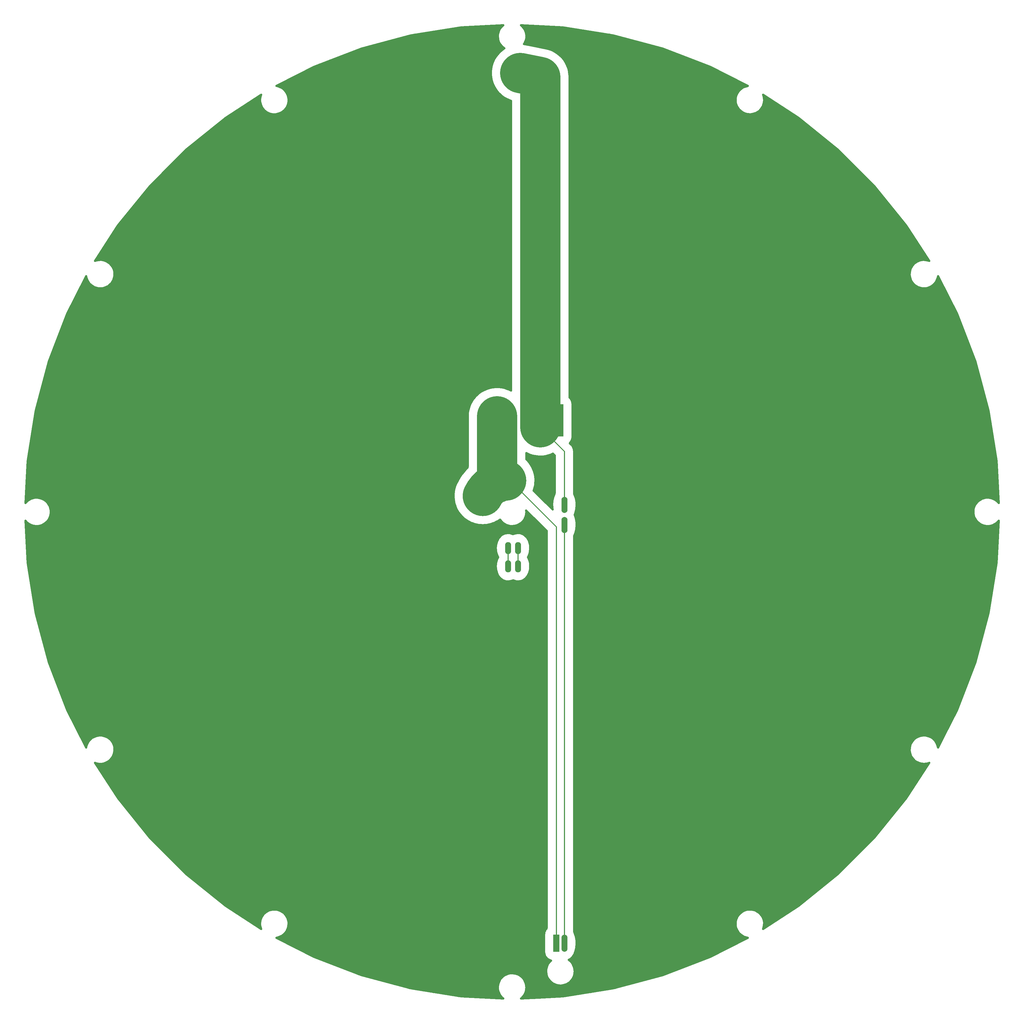
<source format=gbr>
G04 DipTrace 2.3.1.0*
%INBottom_58742 rev 7 ONYX HB.gbr*%
%MOIN*%
%ADD13C,0.013*%
%ADD14C,0.5*%
%ADD16C,0.025*%
%ADD18O,0.075X0.2*%
%ADD19O,0.075X0.15*%
%ADD20O,0.075X0.2125*%
%ADD33C,0.06*%
%FSLAX44Y44*%
G04*
G70*
G90*
G75*
G01*
%LNBottom*%
%LPD*%
X64464Y60464D2*
D13*
Y58214D1*
X65714Y60464D2*
Y58214D1*
X63089Y76839D2*
D14*
Y68551D1*
D13*
X65002D1*
X70464Y63089D1*
Y11714D1*
X70526Y11651D1*
X65964Y119464D2*
D14*
X68464Y118964D1*
Y78714D1*
Y75464D1*
D13*
X71464Y72464D1*
Y65964D1*
Y63464D2*
Y11464D1*
X61327Y66945D2*
D14*
G02X64229Y68861I3031J-1434D01*
G01*
D33*
X65589Y120651D3*
X69964Y120339D3*
X68214Y120464D3*
X69089D3*
X66464Y120589D3*
X67276D3*
X64714D3*
X66072Y68279D3*
X60744Y66295D3*
X61244Y67236D3*
X62067Y68023D3*
X63074Y68574D3*
X64229Y68861D3*
X65220Y68699D3*
X60243Y125213D2*
D16*
X63638D1*
X66289D2*
X69681D1*
X57618Y124964D2*
X63450D1*
X66477D2*
X72310D1*
X56047Y124716D2*
X63318D1*
X66610D2*
X73880D1*
X54477Y124467D2*
X63232D1*
X66696D2*
X75450D1*
X52907Y124218D2*
X63185D1*
X66743D2*
X77021D1*
X51774Y123970D2*
X63173D1*
X66754D2*
X78150D1*
X50848Y123721D2*
X63200D1*
X66727D2*
X79079D1*
X49918Y123472D2*
X63259D1*
X66668D2*
X80009D1*
X48993Y123224D2*
X63364D1*
X66563D2*
X80935D1*
X48063Y122975D2*
X63517D1*
X66965D2*
X81864D1*
X47137Y122726D2*
X63735D1*
X68211D2*
X82790D1*
X46235Y122477D2*
X63907D1*
X69418D2*
X83693D1*
X45586Y122229D2*
X63579D1*
X70086D2*
X84341D1*
X44938Y121980D2*
X63318D1*
X70516D2*
X84989D1*
X44289Y121731D2*
X63099D1*
X70844D2*
X85638D1*
X43641Y121483D2*
X62915D1*
X71110D2*
X86286D1*
X42993Y121234D2*
X62763D1*
X71328D2*
X86935D1*
X42348Y120985D2*
X62638D1*
X71508D2*
X87579D1*
X41700Y120737D2*
X62532D1*
X71660D2*
X88228D1*
X41051Y120488D2*
X62450D1*
X71789D2*
X88876D1*
X40403Y120239D2*
X62388D1*
X71891D2*
X89525D1*
X39910Y119991D2*
X62341D1*
X71977D2*
X90017D1*
X39422Y119742D2*
X62314D1*
X72039D2*
X90505D1*
X38934Y119493D2*
X62306D1*
X72086D2*
X90993D1*
X38446Y119245D2*
X62310D1*
X72114D2*
X91482D1*
X37957Y118996D2*
X62333D1*
X72121D2*
X91970D1*
X37469Y118747D2*
X62376D1*
X72125D2*
X92458D1*
X36981Y118498D2*
X62435D1*
X72125D2*
X92946D1*
X36493Y118250D2*
X62513D1*
X72125D2*
X93435D1*
X36004Y118001D2*
X62610D1*
X72125D2*
X93923D1*
X36098Y117752D2*
X62732D1*
X72125D2*
X93829D1*
X36539Y117504D2*
X62876D1*
X72125D2*
X93388D1*
X36801Y117255D2*
X63052D1*
X72125D2*
X93126D1*
X36981Y117006D2*
X63259D1*
X72125D2*
X92946D1*
X37102Y116758D2*
X63513D1*
X72125D2*
X92825D1*
X33434Y116509D2*
X33693D1*
X37180D2*
X63821D1*
X72125D2*
X92747D1*
X96235D2*
X96493D1*
X33051Y116260D2*
X33653D1*
X37219D2*
X64220D1*
X72125D2*
X92708D1*
X96274D2*
X96876D1*
X32668Y116012D2*
X33650D1*
X37223D2*
X64802D1*
X72125D2*
X92704D1*
X96278D2*
X97259D1*
X32285Y115763D2*
X33681D1*
X37192D2*
X64802D1*
X72125D2*
X92735D1*
X96246D2*
X97642D1*
X31903Y115514D2*
X33747D1*
X37125D2*
X64802D1*
X72125D2*
X92802D1*
X96180D2*
X98025D1*
X31520Y115265D2*
X33860D1*
X37012D2*
X64802D1*
X72125D2*
X92915D1*
X96067D2*
X98407D1*
X31137Y115017D2*
X34025D1*
X36848D2*
X64802D1*
X72125D2*
X93079D1*
X95903D2*
X98790D1*
X30754Y114768D2*
X34263D1*
X36610D2*
X64802D1*
X72125D2*
X93318D1*
X95664D2*
X99173D1*
X30371Y114519D2*
X34638D1*
X36231D2*
X64802D1*
X72125D2*
X93696D1*
X95289D2*
X99556D1*
X29989Y114271D2*
X64802D1*
X72125D2*
X99939D1*
X29606Y114022D2*
X64802D1*
X72125D2*
X100321D1*
X29262Y113773D2*
X64802D1*
X72125D2*
X100665D1*
X28957Y113525D2*
X64802D1*
X72125D2*
X100970D1*
X28649Y113276D2*
X64802D1*
X72125D2*
X101278D1*
X28340Y113027D2*
X64802D1*
X72125D2*
X101587D1*
X28035Y112779D2*
X64802D1*
X72125D2*
X101892D1*
X27727Y112530D2*
X64802D1*
X72125D2*
X102200D1*
X27422Y112281D2*
X64802D1*
X72125D2*
X102505D1*
X27114Y112033D2*
X64802D1*
X72125D2*
X102814D1*
X26805Y111784D2*
X64802D1*
X72125D2*
X103122D1*
X26500Y111535D2*
X64802D1*
X72125D2*
X103427D1*
X26192Y111286D2*
X64802D1*
X72125D2*
X103735D1*
X25883Y111038D2*
X64802D1*
X72125D2*
X104040D1*
X25578Y110789D2*
X64802D1*
X72125D2*
X104349D1*
X25270Y110540D2*
X64802D1*
X72125D2*
X104657D1*
X24965Y110292D2*
X64802D1*
X72125D2*
X104962D1*
X24657Y110043D2*
X64802D1*
X72125D2*
X105271D1*
X24379Y109794D2*
X64802D1*
X72125D2*
X105548D1*
X24129Y109546D2*
X64802D1*
X72125D2*
X105798D1*
X23883Y109297D2*
X64802D1*
X72125D2*
X106044D1*
X23633Y109048D2*
X64802D1*
X72125D2*
X106294D1*
X23383Y108800D2*
X64802D1*
X72125D2*
X106544D1*
X23137Y108551D2*
X64802D1*
X72125D2*
X106790D1*
X22887Y108302D2*
X64802D1*
X72125D2*
X107040D1*
X22637Y108054D2*
X64802D1*
X72125D2*
X107290D1*
X22391Y107805D2*
X64802D1*
X72125D2*
X107536D1*
X22141Y107556D2*
X64802D1*
X72125D2*
X107786D1*
X21891Y107307D2*
X64802D1*
X72125D2*
X108036D1*
X21645Y107059D2*
X64802D1*
X72125D2*
X108282D1*
X21395Y106810D2*
X64802D1*
X72125D2*
X108532D1*
X21145Y106561D2*
X64802D1*
X72125D2*
X108782D1*
X20899Y106313D2*
X64802D1*
X72125D2*
X109028D1*
X20649Y106064D2*
X64802D1*
X72125D2*
X109278D1*
X20399Y105815D2*
X64802D1*
X72125D2*
X109528D1*
X20153Y105567D2*
X64802D1*
X72125D2*
X109775D1*
X19926Y105318D2*
X64802D1*
X72125D2*
X110001D1*
X19727Y105069D2*
X64802D1*
X72125D2*
X110200D1*
X19524Y104821D2*
X64802D1*
X72125D2*
X110403D1*
X19325Y104572D2*
X64802D1*
X72125D2*
X110603D1*
X19121Y104323D2*
X64802D1*
X72125D2*
X110806D1*
X18922Y104075D2*
X64802D1*
X72125D2*
X111005D1*
X18719Y103826D2*
X64802D1*
X72125D2*
X111208D1*
X18516Y103577D2*
X64802D1*
X72125D2*
X111411D1*
X18317Y103328D2*
X64802D1*
X72125D2*
X111610D1*
X18114Y103080D2*
X64802D1*
X72125D2*
X111814D1*
X17914Y102831D2*
X64802D1*
X72125D2*
X112013D1*
X17711Y102582D2*
X64802D1*
X72125D2*
X112216D1*
X17512Y102334D2*
X64802D1*
X72125D2*
X112415D1*
X17309Y102085D2*
X64802D1*
X72125D2*
X112618D1*
X17110Y101836D2*
X64802D1*
X72125D2*
X112818D1*
X16907Y101588D2*
X64802D1*
X72125D2*
X113021D1*
X16703Y101339D2*
X64802D1*
X72125D2*
X113224D1*
X16504Y101090D2*
X64802D1*
X72125D2*
X113423D1*
X16301Y100842D2*
X64802D1*
X72125D2*
X113626D1*
X16102Y100593D2*
X64802D1*
X72125D2*
X113825D1*
X15930Y100344D2*
X64802D1*
X72125D2*
X113997D1*
X15766Y100096D2*
X64802D1*
X72125D2*
X114161D1*
X15606Y99847D2*
X64802D1*
X72125D2*
X114321D1*
X15446Y99598D2*
X64802D1*
X72125D2*
X114482D1*
X15282Y99349D2*
X64802D1*
X72125D2*
X114646D1*
X15121Y99101D2*
X64802D1*
X72125D2*
X114806D1*
X14957Y98852D2*
X64802D1*
X72125D2*
X114966D1*
X14797Y98603D2*
X64802D1*
X72125D2*
X115130D1*
X14637Y98355D2*
X64802D1*
X72125D2*
X115290D1*
X14473Y98106D2*
X64802D1*
X72125D2*
X115454D1*
X14313Y97857D2*
X64802D1*
X72125D2*
X115614D1*
X14153Y97609D2*
X64802D1*
X72125D2*
X115775D1*
X13989Y97360D2*
X64802D1*
X72125D2*
X115939D1*
X13828Y97111D2*
X64802D1*
X72125D2*
X116099D1*
X13668Y96863D2*
X64802D1*
X72125D2*
X116259D1*
X13504Y96614D2*
X64802D1*
X72125D2*
X116423D1*
X13344Y96365D2*
X64802D1*
X72125D2*
X116583D1*
X14532Y96117D2*
X64802D1*
X72125D2*
X115396D1*
X14950Y95868D2*
X64802D1*
X72125D2*
X114978D1*
X15203Y95619D2*
X64802D1*
X72125D2*
X114724D1*
X15375Y95370D2*
X64802D1*
X72125D2*
X114552D1*
X15493Y95122D2*
X64802D1*
X72125D2*
X114435D1*
X15567Y94873D2*
X64802D1*
X72125D2*
X114360D1*
X15606Y94624D2*
X64802D1*
X72125D2*
X114321D1*
X15606Y94376D2*
X64802D1*
X72125D2*
X114321D1*
X15571Y94127D2*
X64802D1*
X72125D2*
X114357D1*
X11914Y93878D2*
X12142D1*
X15500D2*
X64802D1*
X72125D2*
X114427D1*
X117785D2*
X118013D1*
X11789Y93630D2*
X12255D1*
X15387D2*
X64802D1*
X72125D2*
X114540D1*
X117672D2*
X118138D1*
X11664Y93381D2*
X12423D1*
X15219D2*
X64802D1*
X72125D2*
X114708D1*
X117504D2*
X118263D1*
X11535Y93132D2*
X12669D1*
X14973D2*
X64802D1*
X72125D2*
X114954D1*
X117258D2*
X118392D1*
X11410Y92884D2*
X13068D1*
X14575D2*
X64802D1*
X72125D2*
X115353D1*
X116860D2*
X118517D1*
X11282Y92635D2*
X64802D1*
X72125D2*
X118646D1*
X11157Y92386D2*
X64802D1*
X72125D2*
X118771D1*
X11028Y92138D2*
X64802D1*
X72125D2*
X118900D1*
X10903Y91889D2*
X64802D1*
X72125D2*
X119025D1*
X10774Y91640D2*
X64802D1*
X72125D2*
X119153D1*
X10649Y91391D2*
X64802D1*
X72125D2*
X119278D1*
X10524Y91143D2*
X64802D1*
X72125D2*
X119403D1*
X10395Y90894D2*
X64802D1*
X72125D2*
X119532D1*
X10270Y90645D2*
X64802D1*
X72125D2*
X119657D1*
X10141Y90397D2*
X64802D1*
X72125D2*
X119786D1*
X10016Y90148D2*
X64802D1*
X72125D2*
X119911D1*
X9887Y89899D2*
X64802D1*
X72125D2*
X120040D1*
X9762Y89651D2*
X64802D1*
X72125D2*
X120165D1*
X9657Y89402D2*
X64802D1*
X72125D2*
X120271D1*
X9559Y89153D2*
X64802D1*
X72125D2*
X120364D1*
X9465Y88905D2*
X64802D1*
X72125D2*
X120462D1*
X9371Y88656D2*
X64802D1*
X72125D2*
X120556D1*
X9274Y88407D2*
X64802D1*
X72125D2*
X120653D1*
X9180Y88159D2*
X64802D1*
X72125D2*
X120747D1*
X9082Y87910D2*
X64802D1*
X72125D2*
X120845D1*
X8989Y87661D2*
X64802D1*
X72125D2*
X120939D1*
X8891Y87412D2*
X64802D1*
X72125D2*
X121036D1*
X8797Y87164D2*
X64802D1*
X72125D2*
X121130D1*
X8703Y86915D2*
X64802D1*
X72125D2*
X121224D1*
X8606Y86666D2*
X64802D1*
X72125D2*
X121321D1*
X8512Y86418D2*
X64802D1*
X72125D2*
X121415D1*
X8414Y86169D2*
X64802D1*
X72125D2*
X121513D1*
X8321Y85920D2*
X64802D1*
X72125D2*
X121607D1*
X8223Y85672D2*
X64802D1*
X72125D2*
X121704D1*
X8129Y85423D2*
X64802D1*
X72125D2*
X121798D1*
X8032Y85174D2*
X64802D1*
X72125D2*
X121896D1*
X7938Y84926D2*
X64802D1*
X72125D2*
X121989D1*
X7844Y84677D2*
X64802D1*
X72125D2*
X122083D1*
X7746Y84428D2*
X64802D1*
X72125D2*
X122181D1*
X7653Y84180D2*
X64802D1*
X72125D2*
X122275D1*
X7555Y83931D2*
X64802D1*
X72125D2*
X122372D1*
X7461Y83682D2*
X64802D1*
X72125D2*
X122466D1*
X7391Y83433D2*
X64802D1*
X72125D2*
X122536D1*
X7325Y83185D2*
X64802D1*
X72125D2*
X122603D1*
X7258Y82936D2*
X64802D1*
X72125D2*
X122669D1*
X7192Y82687D2*
X64802D1*
X72125D2*
X122735D1*
X7125Y82439D2*
X64802D1*
X72125D2*
X122802D1*
X7059Y82190D2*
X64802D1*
X72125D2*
X122868D1*
X6993Y81941D2*
X64802D1*
X72125D2*
X122935D1*
X6926Y81693D2*
X64802D1*
X72125D2*
X123001D1*
X6860Y81444D2*
X64802D1*
X72125D2*
X123068D1*
X6793Y81195D2*
X64802D1*
X72125D2*
X123134D1*
X6723Y80947D2*
X64802D1*
X72125D2*
X123200D1*
X6657Y80698D2*
X64802D1*
X72125D2*
X123271D1*
X6590Y80449D2*
X62646D1*
X63532D2*
X64802D1*
X72125D2*
X123337D1*
X6524Y80201D2*
X61681D1*
X64496D2*
X64802D1*
X72125D2*
X123403D1*
X6457Y79952D2*
X61189D1*
X72125D2*
X123470D1*
X6391Y79703D2*
X60825D1*
X72125D2*
X123536D1*
X6325Y79454D2*
X60540D1*
X72125D2*
X123603D1*
X6258Y79206D2*
X60306D1*
X72125D2*
X123669D1*
X6192Y78957D2*
X60107D1*
X72309D2*
X123735D1*
X6125Y78708D2*
X59946D1*
X72430D2*
X123802D1*
X6059Y78460D2*
X59810D1*
X72485D2*
X123868D1*
X5993Y78211D2*
X59696D1*
X72493D2*
X123935D1*
X5926Y77962D2*
X59607D1*
X72493D2*
X124001D1*
X5860Y77714D2*
X59536D1*
X72493D2*
X124068D1*
X5801Y77465D2*
X59482D1*
X72493D2*
X124126D1*
X5762Y77216D2*
X59450D1*
X72493D2*
X124165D1*
X5723Y76968D2*
X59431D1*
X72493D2*
X124204D1*
X5684Y76719D2*
X59427D1*
X72493D2*
X124243D1*
X5641Y76470D2*
X59427D1*
X72493D2*
X124282D1*
X5602Y76222D2*
X59427D1*
X72493D2*
X124325D1*
X5563Y75973D2*
X59427D1*
X72493D2*
X124364D1*
X5524Y75724D2*
X59427D1*
X72493D2*
X124403D1*
X5485Y75475D2*
X59427D1*
X72493D2*
X124443D1*
X5446Y75227D2*
X59427D1*
X72493D2*
X124482D1*
X5407Y74978D2*
X59427D1*
X72493D2*
X124521D1*
X5368Y74729D2*
X59427D1*
X72493D2*
X124560D1*
X5328Y74481D2*
X59427D1*
X72493D2*
X124599D1*
X5289Y74232D2*
X59427D1*
X72489D2*
X124638D1*
X5250Y73983D2*
X59427D1*
X72438D2*
X124677D1*
X5211Y73735D2*
X59427D1*
X72321D2*
X124716D1*
X5168Y73486D2*
X59427D1*
X72164D2*
X124755D1*
X5129Y73237D2*
X59427D1*
X72407D2*
X124798D1*
X5090Y72989D2*
X59427D1*
X72567D2*
X124837D1*
X5051Y72740D2*
X59427D1*
X72657D2*
X124876D1*
X5012Y72491D2*
X59427D1*
X72688D2*
X124915D1*
X4973Y72243D2*
X59427D1*
X72688D2*
X124954D1*
X4934Y71994D2*
X59427D1*
X66750D2*
X67357D1*
X69571D2*
X70212D1*
X72688D2*
X124993D1*
X4895Y71745D2*
X59427D1*
X66750D2*
X70239D1*
X72688D2*
X125032D1*
X4856Y71496D2*
X59427D1*
X66758D2*
X70239D1*
X72688D2*
X125071D1*
X4821Y71248D2*
X59427D1*
X66996D2*
X70239D1*
X72688D2*
X125107D1*
X4805Y70999D2*
X59427D1*
X67192D2*
X70239D1*
X72688D2*
X125118D1*
X4793Y70750D2*
X59427D1*
X67360D2*
X70239D1*
X72688D2*
X125134D1*
X4782Y70502D2*
X59427D1*
X67496D2*
X70239D1*
X72688D2*
X125146D1*
X4766Y70253D2*
X59200D1*
X67610D2*
X70239D1*
X72688D2*
X125161D1*
X4754Y70004D2*
X58982D1*
X67703D2*
X70239D1*
X72688D2*
X125173D1*
X4743Y69756D2*
X58782D1*
X67778D2*
X70239D1*
X72688D2*
X125185D1*
X4727Y69507D2*
X58599D1*
X67832D2*
X70239D1*
X72688D2*
X125200D1*
X4715Y69258D2*
X58435D1*
X67868D2*
X70239D1*
X72688D2*
X125212D1*
X4703Y69010D2*
X58286D1*
X67887D2*
X70239D1*
X72688D2*
X125224D1*
X4688Y68761D2*
X58150D1*
X67887D2*
X70239D1*
X72688D2*
X125239D1*
X4676Y68512D2*
X58021D1*
X67871D2*
X70239D1*
X72688D2*
X125251D1*
X4664Y68264D2*
X57915D1*
X67840D2*
X70239D1*
X72688D2*
X125263D1*
X4649Y68015D2*
X57829D1*
X67789D2*
X70239D1*
X72688D2*
X125278D1*
X4637Y67766D2*
X57763D1*
X67719D2*
X70239D1*
X72688D2*
X125290D1*
X4625Y67517D2*
X57712D1*
X67758D2*
X70239D1*
X72688D2*
X125302D1*
X4610Y67269D2*
X57681D1*
X68004D2*
X70239D1*
X72688D2*
X125318D1*
X4598Y67020D2*
X57669D1*
X68254D2*
X70142D1*
X72774D2*
X125329D1*
X4586Y66771D2*
X57673D1*
X68504D2*
X70048D1*
X72868D2*
X125341D1*
X4571Y66523D2*
X5056D1*
X6762D2*
X57693D1*
X68750D2*
X69993D1*
X72922D2*
X123165D1*
X124871D2*
X125357D1*
X4559Y66274D2*
X4700D1*
X7118D2*
X57728D1*
X69000D2*
X69950D1*
X72965D2*
X122810D1*
X125227D2*
X125368D1*
X7344Y66025D2*
X57786D1*
X69250D2*
X69931D1*
X72985D2*
X122583D1*
X7500Y65777D2*
X57860D1*
X69496D2*
X69923D1*
X72993D2*
X122427D1*
X7606Y65528D2*
X57954D1*
X69746D2*
X69937D1*
X72977D2*
X122321D1*
X7668Y65279D2*
X58071D1*
X72946D2*
X122259D1*
X7696Y65031D2*
X58212D1*
X72899D2*
X122232D1*
X7688Y64782D2*
X58380D1*
X66743D2*
X67048D1*
X72825D2*
X122239D1*
X7645Y64533D2*
X58583D1*
X66700D2*
X67298D1*
X72770D2*
X122282D1*
X7563Y64285D2*
X58825D1*
X66618D2*
X67544D1*
X72864D2*
X122364D1*
X7434Y64036D2*
X59122D1*
X66489D2*
X67794D1*
X72918D2*
X122493D1*
X7250Y63787D2*
X59501D1*
X63153D2*
X63622D1*
X66305D2*
X68044D1*
X72965D2*
X122677D1*
X4567Y63538D2*
X4841D1*
X6973D2*
X60032D1*
X62621D2*
X63900D1*
X66028D2*
X68290D1*
X72981D2*
X122954D1*
X125086D2*
X125360D1*
X4578Y63290D2*
X5325D1*
X6493D2*
X64380D1*
X65547D2*
X68540D1*
X72993D2*
X123435D1*
X124602D2*
X125349D1*
X4590Y63041D2*
X68790D1*
X72977D2*
X125337D1*
X4606Y62792D2*
X69036D1*
X72950D2*
X125321D1*
X4618Y62544D2*
X69239D1*
X72903D2*
X125310D1*
X4629Y62295D2*
X64099D1*
X64817D2*
X65349D1*
X66067D2*
X69239D1*
X72828D2*
X125298D1*
X4645Y62046D2*
X63591D1*
X66575D2*
X69239D1*
X72731D2*
X125282D1*
X4657Y61798D2*
X63345D1*
X66821D2*
X69239D1*
X72688D2*
X125271D1*
X4668Y61549D2*
X63185D1*
X66981D2*
X69239D1*
X72688D2*
X125259D1*
X4684Y61300D2*
X63068D1*
X67098D2*
X69239D1*
X72688D2*
X125243D1*
X4696Y61052D2*
X62997D1*
X67168D2*
X69239D1*
X72688D2*
X125232D1*
X4707Y60803D2*
X62946D1*
X67219D2*
X69239D1*
X72688D2*
X125220D1*
X4723Y60554D2*
X62927D1*
X67239D2*
X69239D1*
X72688D2*
X125204D1*
X4735Y60306D2*
X62931D1*
X67235D2*
X69239D1*
X72688D2*
X125193D1*
X4746Y60057D2*
X62954D1*
X67211D2*
X69239D1*
X72688D2*
X125181D1*
X4762Y59808D2*
X63013D1*
X67153D2*
X69239D1*
X72688D2*
X125165D1*
X4774Y59559D2*
X63091D1*
X67075D2*
X69239D1*
X72688D2*
X125153D1*
X4785Y59311D2*
X63189D1*
X66977D2*
X69239D1*
X72688D2*
X125142D1*
X4801Y59062D2*
X63071D1*
X67094D2*
X69239D1*
X72688D2*
X125126D1*
X4813Y58813D2*
X63001D1*
X67164D2*
X69239D1*
X72688D2*
X125114D1*
X4832Y58565D2*
X62946D1*
X67219D2*
X69239D1*
X72688D2*
X125095D1*
X4871Y58316D2*
X62927D1*
X67239D2*
X69239D1*
X72688D2*
X125052D1*
X4914Y58067D2*
X62931D1*
X67235D2*
X69239D1*
X72688D2*
X125013D1*
X4953Y57819D2*
X62954D1*
X67211D2*
X69239D1*
X72688D2*
X124974D1*
X4993Y57570D2*
X63009D1*
X67157D2*
X69239D1*
X72688D2*
X124935D1*
X5032Y57321D2*
X63087D1*
X67078D2*
X69239D1*
X72688D2*
X124896D1*
X5071Y57073D2*
X63208D1*
X66957D2*
X69239D1*
X72688D2*
X124857D1*
X5110Y56824D2*
X63388D1*
X66778D2*
X69239D1*
X72688D2*
X124818D1*
X5149Y56575D2*
X63653D1*
X66508D2*
X69239D1*
X72688D2*
X124778D1*
X5188Y56327D2*
X64392D1*
X64526D2*
X65642D1*
X65776D2*
X69239D1*
X72688D2*
X124739D1*
X5227Y56078D2*
X69239D1*
X72688D2*
X124700D1*
X5266Y55829D2*
X69239D1*
X72688D2*
X124661D1*
X5305Y55580D2*
X69239D1*
X72688D2*
X124622D1*
X5344Y55332D2*
X69239D1*
X72688D2*
X124579D1*
X5387Y55083D2*
X69239D1*
X72688D2*
X124540D1*
X5426Y54834D2*
X69239D1*
X72688D2*
X124501D1*
X5465Y54586D2*
X69239D1*
X72688D2*
X124462D1*
X5504Y54337D2*
X69239D1*
X72688D2*
X124423D1*
X5543Y54088D2*
X69239D1*
X72688D2*
X124384D1*
X5582Y53840D2*
X69239D1*
X72688D2*
X124345D1*
X5621Y53591D2*
X69239D1*
X72688D2*
X124306D1*
X5660Y53342D2*
X69239D1*
X72688D2*
X124267D1*
X5700Y53094D2*
X69239D1*
X72688D2*
X124228D1*
X5739Y52845D2*
X69239D1*
X72688D2*
X124189D1*
X5778Y52596D2*
X69239D1*
X72688D2*
X124150D1*
X5825Y52348D2*
X69239D1*
X72688D2*
X124103D1*
X5891Y52099D2*
X69239D1*
X72688D2*
X124036D1*
X5957Y51850D2*
X69239D1*
X72688D2*
X123970D1*
X6024Y51601D2*
X69239D1*
X72688D2*
X123903D1*
X6090Y51353D2*
X69239D1*
X72688D2*
X123837D1*
X6157Y51104D2*
X69239D1*
X72688D2*
X123771D1*
X6223Y50855D2*
X69239D1*
X72688D2*
X123704D1*
X6289Y50607D2*
X69239D1*
X72688D2*
X123638D1*
X6356Y50358D2*
X69239D1*
X72688D2*
X123571D1*
X6422Y50109D2*
X69239D1*
X72688D2*
X123505D1*
X6489Y49861D2*
X69239D1*
X72688D2*
X123439D1*
X6555Y49612D2*
X69239D1*
X72688D2*
X123372D1*
X6621Y49363D2*
X69239D1*
X72688D2*
X123306D1*
X6688Y49115D2*
X69239D1*
X72688D2*
X123239D1*
X6754Y48866D2*
X69239D1*
X72688D2*
X123173D1*
X6821Y48617D2*
X69239D1*
X72688D2*
X123107D1*
X6887Y48369D2*
X69239D1*
X72688D2*
X123036D1*
X6957Y48120D2*
X69239D1*
X72688D2*
X122970D1*
X7024Y47871D2*
X69239D1*
X72688D2*
X122903D1*
X7090Y47622D2*
X69239D1*
X72688D2*
X122837D1*
X7157Y47374D2*
X69239D1*
X72688D2*
X122771D1*
X7223Y47125D2*
X69239D1*
X72688D2*
X122704D1*
X7289Y46876D2*
X69239D1*
X72688D2*
X122638D1*
X7356Y46628D2*
X69239D1*
X72688D2*
X122571D1*
X7422Y46379D2*
X69239D1*
X72688D2*
X122505D1*
X7504Y46130D2*
X69239D1*
X72688D2*
X122423D1*
X7602Y45882D2*
X69239D1*
X72688D2*
X122325D1*
X7696Y45633D2*
X69239D1*
X72688D2*
X122232D1*
X7789Y45384D2*
X69239D1*
X72688D2*
X122138D1*
X7887Y45136D2*
X69239D1*
X72688D2*
X122040D1*
X7981Y44887D2*
X69239D1*
X72688D2*
X121946D1*
X8078Y44638D2*
X69239D1*
X72688D2*
X121849D1*
X8172Y44390D2*
X69239D1*
X72688D2*
X121755D1*
X8270Y44141D2*
X69239D1*
X72688D2*
X121657D1*
X8364Y43892D2*
X69239D1*
X72688D2*
X121564D1*
X8461Y43643D2*
X69239D1*
X72688D2*
X121466D1*
X8555Y43395D2*
X69239D1*
X72688D2*
X121372D1*
X8649Y43146D2*
X69239D1*
X72688D2*
X121278D1*
X8746Y42897D2*
X69239D1*
X72688D2*
X121181D1*
X8840Y42649D2*
X69239D1*
X72688D2*
X121087D1*
X8938Y42400D2*
X69239D1*
X72688D2*
X120989D1*
X9032Y42151D2*
X69239D1*
X72688D2*
X120896D1*
X9129Y41903D2*
X69239D1*
X72688D2*
X120798D1*
X9223Y41654D2*
X69239D1*
X72688D2*
X120704D1*
X9317Y41405D2*
X69239D1*
X72688D2*
X120610D1*
X9414Y41157D2*
X69239D1*
X72688D2*
X120513D1*
X9508Y40908D2*
X69239D1*
X72688D2*
X120419D1*
X9606Y40659D2*
X69239D1*
X72688D2*
X120321D1*
X9700Y40411D2*
X69239D1*
X72688D2*
X120228D1*
X9821Y40162D2*
X69239D1*
X72688D2*
X120107D1*
X9946Y39913D2*
X69239D1*
X72688D2*
X119982D1*
X10075Y39664D2*
X69239D1*
X72688D2*
X119853D1*
X10200Y39416D2*
X69239D1*
X72688D2*
X119728D1*
X10328Y39167D2*
X69239D1*
X72688D2*
X119599D1*
X10453Y38918D2*
X69239D1*
X72688D2*
X119474D1*
X10582Y38670D2*
X69239D1*
X72688D2*
X119345D1*
X10707Y38421D2*
X69239D1*
X72688D2*
X119220D1*
X10832Y38172D2*
X69239D1*
X72688D2*
X119095D1*
X10961Y37924D2*
X69239D1*
X72688D2*
X118966D1*
X11086Y37675D2*
X69239D1*
X72688D2*
X118841D1*
X11215Y37426D2*
X69239D1*
X72688D2*
X118712D1*
X11340Y37178D2*
X13509D1*
X14133D2*
X69239D1*
X72688D2*
X115794D1*
X116418D2*
X118587D1*
X11469Y36929D2*
X12853D1*
X14785D2*
X69239D1*
X72688D2*
X115142D1*
X117075D2*
X118458D1*
X11594Y36680D2*
X12544D1*
X15098D2*
X69239D1*
X72688D2*
X114829D1*
X117383D2*
X118333D1*
X11719Y36432D2*
X12337D1*
X15301D2*
X69239D1*
X72688D2*
X114626D1*
X117590D2*
X118204D1*
X11848Y36183D2*
X12196D1*
X15446D2*
X69239D1*
X72688D2*
X114482D1*
X117731D2*
X118079D1*
X11973Y35934D2*
X12103D1*
X15539D2*
X69239D1*
X72688D2*
X114388D1*
X117825D2*
X117954D1*
X15594Y35685D2*
X69239D1*
X72688D2*
X114333D1*
X15610Y35437D2*
X69239D1*
X72688D2*
X114318D1*
X15594Y35188D2*
X69239D1*
X72688D2*
X114333D1*
X15539Y34939D2*
X69239D1*
X72688D2*
X114388D1*
X15446Y34691D2*
X69239D1*
X72688D2*
X114482D1*
X15305Y34442D2*
X69239D1*
X72688D2*
X114622D1*
X15098Y34193D2*
X69239D1*
X72688D2*
X114829D1*
X14789Y33945D2*
X69239D1*
X72688D2*
X115138D1*
X13258Y33696D2*
X13501D1*
X14141D2*
X69239D1*
X72688D2*
X115786D1*
X116426D2*
X116669D1*
X13418Y33447D2*
X69239D1*
X72688D2*
X116509D1*
X13578Y33199D2*
X69239D1*
X72688D2*
X116345D1*
X13743Y32950D2*
X69239D1*
X72688D2*
X116185D1*
X13903Y32701D2*
X69239D1*
X72688D2*
X116025D1*
X14067Y32453D2*
X69239D1*
X72688D2*
X115860D1*
X14227Y32204D2*
X69239D1*
X72688D2*
X115700D1*
X14387Y31955D2*
X69239D1*
X72688D2*
X115540D1*
X14551Y31706D2*
X69239D1*
X72688D2*
X115376D1*
X14711Y31458D2*
X69239D1*
X72688D2*
X115216D1*
X14871Y31209D2*
X69239D1*
X72688D2*
X115056D1*
X15035Y30960D2*
X69239D1*
X72688D2*
X114892D1*
X15196Y30712D2*
X69239D1*
X72688D2*
X114732D1*
X15356Y30463D2*
X69239D1*
X72688D2*
X114571D1*
X15520Y30214D2*
X69239D1*
X72688D2*
X114407D1*
X15680Y29966D2*
X69239D1*
X72688D2*
X114247D1*
X15840Y29717D2*
X69239D1*
X72688D2*
X114087D1*
X16004Y29468D2*
X69239D1*
X72688D2*
X113923D1*
X16196Y29220D2*
X69239D1*
X72688D2*
X113732D1*
X16395Y28971D2*
X69239D1*
X72688D2*
X113532D1*
X16598Y28722D2*
X69239D1*
X72688D2*
X113329D1*
X16797Y28474D2*
X69239D1*
X72688D2*
X113130D1*
X17000Y28225D2*
X69239D1*
X72688D2*
X112927D1*
X17200Y27976D2*
X69239D1*
X72688D2*
X112728D1*
X17403Y27727D2*
X69239D1*
X72688D2*
X112525D1*
X17602Y27479D2*
X69239D1*
X72688D2*
X112325D1*
X17805Y27230D2*
X69239D1*
X72688D2*
X112122D1*
X18008Y26981D2*
X69239D1*
X72688D2*
X111919D1*
X18207Y26733D2*
X69239D1*
X72688D2*
X111720D1*
X18410Y26484D2*
X69239D1*
X72688D2*
X111517D1*
X18610Y26235D2*
X69239D1*
X72688D2*
X111318D1*
X18813Y25987D2*
X69239D1*
X72688D2*
X111114D1*
X19012Y25738D2*
X69239D1*
X72688D2*
X110915D1*
X19215Y25489D2*
X69239D1*
X72688D2*
X110712D1*
X19414Y25241D2*
X69239D1*
X72688D2*
X110513D1*
X19618Y24992D2*
X69239D1*
X72688D2*
X110310D1*
X19821Y24743D2*
X69239D1*
X72688D2*
X110107D1*
X20020Y24495D2*
X69239D1*
X72688D2*
X109907D1*
X20266Y24246D2*
X69239D1*
X72688D2*
X109661D1*
X20516Y23997D2*
X69239D1*
X72688D2*
X109411D1*
X20762Y23748D2*
X69239D1*
X72688D2*
X109161D1*
X21012Y23500D2*
X69239D1*
X72688D2*
X108915D1*
X21262Y23251D2*
X69239D1*
X72688D2*
X108665D1*
X21508Y23002D2*
X69239D1*
X72688D2*
X108415D1*
X21758Y22754D2*
X69239D1*
X72688D2*
X108169D1*
X22008Y22505D2*
X69239D1*
X72688D2*
X107919D1*
X22254Y22256D2*
X69239D1*
X72688D2*
X107669D1*
X22504Y22008D2*
X69239D1*
X72688D2*
X107423D1*
X22754Y21759D2*
X69239D1*
X72688D2*
X107173D1*
X23000Y21510D2*
X69239D1*
X72688D2*
X106927D1*
X23250Y21262D2*
X69239D1*
X72688D2*
X106677D1*
X23500Y21013D2*
X69239D1*
X72688D2*
X106427D1*
X23746Y20764D2*
X69239D1*
X72688D2*
X106181D1*
X23996Y20515D2*
X69239D1*
X72688D2*
X105931D1*
X24246Y20267D2*
X69239D1*
X72688D2*
X105681D1*
X24493Y20018D2*
X69239D1*
X72688D2*
X105435D1*
X24797Y19769D2*
X69239D1*
X72688D2*
X105130D1*
X25106Y19521D2*
X69239D1*
X72688D2*
X104821D1*
X25410Y19272D2*
X69239D1*
X72688D2*
X104513D1*
X25719Y19023D2*
X69239D1*
X72688D2*
X104208D1*
X26028Y18775D2*
X69239D1*
X72688D2*
X103900D1*
X26332Y18526D2*
X69239D1*
X72688D2*
X103595D1*
X26641Y18277D2*
X69239D1*
X72688D2*
X103286D1*
X26950Y18029D2*
X69239D1*
X72688D2*
X102978D1*
X27254Y17780D2*
X69239D1*
X72688D2*
X102673D1*
X27563Y17531D2*
X69239D1*
X72688D2*
X102364D1*
X27868Y17283D2*
X69239D1*
X72688D2*
X102060D1*
X28176Y17034D2*
X69239D1*
X72688D2*
X101751D1*
X28485Y16785D2*
X69239D1*
X72688D2*
X101443D1*
X28789Y16536D2*
X69239D1*
X72688D2*
X101138D1*
X29098Y16288D2*
X69239D1*
X72688D2*
X100829D1*
X29407Y16039D2*
X69239D1*
X72688D2*
X100521D1*
X29782Y15790D2*
X69239D1*
X72688D2*
X100146D1*
X30164Y15542D2*
X35021D1*
X35852D2*
X69239D1*
X72688D2*
X94075D1*
X94907D2*
X99763D1*
X30547Y15293D2*
X34439D1*
X36434D2*
X69239D1*
X72688D2*
X93493D1*
X95489D2*
X99380D1*
X30930Y15044D2*
X34138D1*
X36731D2*
X69239D1*
X72688D2*
X93196D1*
X95789D2*
X98997D1*
X31313Y14796D2*
X33939D1*
X36934D2*
X69239D1*
X72688D2*
X92997D1*
X95989D2*
X98614D1*
X31696Y14547D2*
X33802D1*
X37071D2*
X69239D1*
X72688D2*
X92857D1*
X96125D2*
X98232D1*
X32078Y14298D2*
X33712D1*
X37160D2*
X69239D1*
X72688D2*
X92767D1*
X96215D2*
X97849D1*
X32461Y14050D2*
X33661D1*
X37211D2*
X69239D1*
X72688D2*
X92716D1*
X96266D2*
X97466D1*
X32844Y13801D2*
X33646D1*
X37227D2*
X69239D1*
X72688D2*
X92700D1*
X96282D2*
X97083D1*
X33227Y13552D2*
X33665D1*
X37207D2*
X69239D1*
X72688D2*
X92720D1*
X96262D2*
X96700D1*
X33610Y13304D2*
X33724D1*
X37149D2*
X69239D1*
X72688D2*
X92778D1*
X96203D2*
X96318D1*
X37051Y13055D2*
X69091D1*
X72688D2*
X92876D1*
X36907Y12806D2*
X68978D1*
X72696D2*
X93021D1*
X36696Y12557D2*
X68927D1*
X72801D2*
X93232D1*
X36371Y12309D2*
X68923D1*
X72883D2*
X93556D1*
X35743Y12060D2*
X68923D1*
X72934D2*
X94185D1*
X36231Y11811D2*
X68923D1*
X72969D2*
X93696D1*
X36719Y11563D2*
X68923D1*
X72985D2*
X93208D1*
X37207Y11314D2*
X68923D1*
X72989D2*
X92720D1*
X37696Y11065D2*
X68923D1*
X72977D2*
X92232D1*
X38184Y10817D2*
X68923D1*
X72946D2*
X91743D1*
X38672Y10568D2*
X68923D1*
X72903D2*
X91255D1*
X39157Y10319D2*
X68923D1*
X72828D2*
X90767D1*
X39645Y10071D2*
X68954D1*
X72739D2*
X90282D1*
X40133Y9822D2*
X69044D1*
X72586D2*
X89794D1*
X40700Y9573D2*
X69216D1*
X72387D2*
X89224D1*
X41348Y9325D2*
X69544D1*
X72043D2*
X88579D1*
X41996Y9076D2*
X69614D1*
X72313D2*
X87931D1*
X42645Y8827D2*
X69431D1*
X72496D2*
X87282D1*
X43293Y8578D2*
X69306D1*
X72621D2*
X86634D1*
X43942Y8330D2*
X69224D1*
X72703D2*
X85985D1*
X44590Y8081D2*
X69181D1*
X72746D2*
X85337D1*
X45235Y7832D2*
X69177D1*
X72750D2*
X84689D1*
X45883Y7584D2*
X64384D1*
X65543D2*
X69204D1*
X72723D2*
X84044D1*
X46637Y7335D2*
X63900D1*
X66028D2*
X69271D1*
X72657D2*
X83290D1*
X47563Y7086D2*
X63626D1*
X66301D2*
X69376D1*
X72551D2*
X82364D1*
X48493Y6838D2*
X63439D1*
X66489D2*
X69536D1*
X72391D2*
X81435D1*
X49418Y6589D2*
X63310D1*
X66618D2*
X69767D1*
X72160D2*
X80509D1*
X50348Y6340D2*
X63228D1*
X66700D2*
X70130D1*
X71797D2*
X79579D1*
X51278Y6092D2*
X63185D1*
X66743D2*
X78650D1*
X52203Y5843D2*
X63177D1*
X66750D2*
X77724D1*
X53633Y5594D2*
X63200D1*
X66727D2*
X76294D1*
X55200Y5346D2*
X63267D1*
X66660D2*
X74724D1*
X56770Y5097D2*
X63372D1*
X66555D2*
X73153D1*
X58340Y4848D2*
X63528D1*
X66399D2*
X71583D1*
X62434Y4599D2*
X63755D1*
X66172D2*
X67489D1*
X7669Y64839D2*
X7634Y64591D1*
X7564Y64352D1*
X7461Y64124D1*
X7327Y63913D1*
X7164Y63724D1*
X6977Y63559D1*
X6768Y63422D1*
X6542Y63316D1*
X6303Y63243D1*
X6056Y63205D1*
X5806Y63202D1*
X5558Y63234D1*
X5318Y63300D1*
X5089Y63401D1*
X4876Y63532D1*
X4685Y63692D1*
X4525Y63869D1*
X4727Y59977D1*
X4797Y58636D1*
X5788Y52382D1*
X7428Y46265D1*
X9697Y40354D1*
X12075Y35688D1*
X12114Y35886D1*
X12194Y36123D1*
X12308Y36345D1*
X12451Y36550D1*
X12622Y36732D1*
X12817Y36888D1*
X13032Y37015D1*
X13263Y37111D1*
X13505Y37173D1*
X13753Y37200D1*
X14003Y37192D1*
X14249Y37148D1*
X14486Y37071D1*
X14710Y36960D1*
X14916Y36819D1*
X15101Y36651D1*
X15259Y36458D1*
X15389Y36245D1*
X15488Y36015D1*
X15553Y35774D1*
X15583Y35526D1*
X15581Y35311D1*
X15546Y35064D1*
X15476Y34824D1*
X15373Y34596D1*
X15239Y34386D1*
X15076Y34196D1*
X14889Y34031D1*
X14680Y33894D1*
X14453Y33788D1*
X14215Y33716D1*
X13968Y33677D1*
X13718Y33674D1*
X13470Y33706D1*
X13229Y33773D1*
X13168Y33797D1*
X16022Y29401D1*
X20007Y24480D1*
X24485Y20002D1*
X29407Y16018D1*
X33798Y13166D1*
X33721Y13404D1*
X33679Y13651D1*
X33673Y13900D1*
X33702Y14149D1*
X33766Y14390D1*
X33863Y14620D1*
X33991Y14834D1*
X34149Y15028D1*
X34332Y15198D1*
X34538Y15340D1*
X34761Y15451D1*
X34998Y15530D1*
X35244Y15575D1*
X35494Y15584D1*
X35742Y15559D1*
X35984Y15498D1*
X36216Y15404D1*
X36432Y15278D1*
X36627Y15123D1*
X36799Y14942D1*
X36944Y14738D1*
X37058Y14516D1*
X37140Y14280D1*
X37188Y14035D1*
X37201Y13820D1*
X37183Y13571D1*
X37131Y13327D1*
X37044Y13093D1*
X36925Y12873D1*
X36777Y12672D1*
X36601Y12495D1*
X36402Y12343D1*
X36184Y12222D1*
X35951Y12132D1*
X35707Y12076D1*
X35688Y12074D1*
X40360Y9694D1*
X46272Y7425D1*
X52389Y5787D1*
X58643Y4797D1*
X63872Y4523D1*
X63740Y4637D1*
X63572Y4822D1*
X63433Y5030D1*
X63324Y5255D1*
X63248Y5493D1*
X63207Y5739D1*
X63200Y5989D1*
X63229Y6237D1*
X63293Y6478D1*
X63390Y6708D1*
X63519Y6922D1*
X63677Y7116D1*
X63860Y7286D1*
X64065Y7428D1*
X64289Y7539D1*
X64526Y7618D1*
X64772Y7663D1*
X65021Y7673D1*
X65270Y7647D1*
X65512Y7586D1*
X65743Y7492D1*
X65959Y7366D1*
X66155Y7211D1*
X66327Y7030D1*
X66471Y6826D1*
X66586Y6604D1*
X66668Y6368D1*
X66716Y6123D1*
X66729Y5909D1*
X66711Y5659D1*
X66658Y5415D1*
X66572Y5181D1*
X66453Y4961D1*
X66304Y4760D1*
X66129Y4583D1*
X66053Y4521D1*
X68203Y4635D1*
X71291Y4797D1*
X77545Y5788D1*
X83662Y7428D1*
X89574Y9697D1*
X94239Y12075D1*
X94019Y12120D1*
X93784Y12203D1*
X93563Y12319D1*
X93360Y12465D1*
X93180Y12639D1*
X93027Y12835D1*
X92902Y13052D1*
X92810Y13284D1*
X92751Y13527D1*
X92727Y13775D1*
X92738Y14025D1*
X92785Y14270D1*
X92865Y14507D1*
X92978Y14730D1*
X93122Y14934D1*
X93293Y15116D1*
X93488Y15272D1*
X93703Y15399D1*
X93934Y15495D1*
X94176Y15557D1*
X94424Y15584D1*
X94673Y15576D1*
X94920Y15533D1*
X95157Y15455D1*
X95381Y15345D1*
X95587Y15204D1*
X95772Y15035D1*
X95930Y14842D1*
X96060Y14629D1*
X96159Y14399D1*
X96224Y14158D1*
X96254Y13910D1*
X96252Y13695D1*
X96216Y13448D1*
X96147Y13208D1*
X96130Y13169D1*
X100526Y16022D1*
X105447Y20007D1*
X109925Y24485D1*
X113910Y29407D1*
X116761Y33798D1*
X116622Y33748D1*
X116378Y33692D1*
X116129Y33671D1*
X115880Y33686D1*
X115635Y33735D1*
X115400Y33819D1*
X115179Y33935D1*
X114976Y34081D1*
X114796Y34254D1*
X114642Y34451D1*
X114518Y34668D1*
X114425Y34900D1*
X114366Y35143D1*
X114342Y35391D1*
X114354Y35641D1*
X114400Y35886D1*
X114481Y36123D1*
X114594Y36345D1*
X114738Y36550D1*
X114908Y36732D1*
X115103Y36888D1*
X115318Y37015D1*
X115549Y37111D1*
X115791Y37173D1*
X116040Y37200D1*
X116289Y37192D1*
X116535Y37148D1*
X116773Y37071D1*
X116997Y36960D1*
X117203Y36819D1*
X117387Y36651D1*
X117546Y36458D1*
X117676Y36245D1*
X117774Y36015D1*
X117839Y35774D1*
X117853Y35685D1*
X118545Y37048D1*
X120233Y40360D1*
X122502Y46272D1*
X124140Y52389D1*
X125131Y58643D1*
X125404Y63872D1*
X125275Y63724D1*
X125087Y63559D1*
X124878Y63422D1*
X124652Y63316D1*
X124413Y63243D1*
X124166Y63205D1*
X123916Y63202D1*
X123669Y63234D1*
X123428Y63300D1*
X123199Y63401D1*
X122987Y63532D1*
X122795Y63692D1*
X122627Y63878D1*
X122488Y64085D1*
X122379Y64310D1*
X122303Y64548D1*
X122262Y64794D1*
X122256Y65044D1*
X122285Y65292D1*
X122348Y65533D1*
X122445Y65763D1*
X122574Y65978D1*
X122732Y66171D1*
X122915Y66341D1*
X123121Y66483D1*
X123344Y66595D1*
X123581Y66673D1*
X123827Y66718D1*
X124076Y66728D1*
X124325Y66702D1*
X124567Y66641D1*
X124798Y66547D1*
X125014Y66421D1*
X125210Y66266D1*
X125382Y66085D1*
X125403Y66057D1*
X125130Y71291D1*
X124139Y77545D1*
X122500Y83662D1*
X120230Y89574D1*
X117853Y94239D1*
X117801Y93998D1*
X117715Y93764D1*
X117596Y93544D1*
X117447Y93343D1*
X117272Y93165D1*
X117073Y93014D1*
X116855Y92893D1*
X116622Y92803D1*
X116378Y92747D1*
X116129Y92726D1*
X115880Y92741D1*
X115635Y92790D1*
X115400Y92874D1*
X115179Y92990D1*
X114976Y93136D1*
X114796Y93309D1*
X114642Y93506D1*
X114518Y93723D1*
X114425Y93955D1*
X114366Y94198D1*
X114342Y94446D1*
X114354Y94696D1*
X114400Y94941D1*
X114481Y95178D1*
X114594Y95400D1*
X114738Y95605D1*
X114908Y95787D1*
X115103Y95943D1*
X115318Y96070D1*
X115549Y96166D1*
X115791Y96228D1*
X116040Y96255D1*
X116289Y96247D1*
X116535Y96203D1*
X116762Y96130D1*
X113906Y100526D1*
X109920Y105447D1*
X105442Y109925D1*
X100521Y113910D1*
X96129Y116761D1*
X96195Y116566D1*
X96243Y116321D1*
X96256Y116107D1*
X96239Y115858D1*
X96186Y115614D1*
X96099Y115379D1*
X95980Y115160D1*
X95832Y114959D1*
X95656Y114781D1*
X95457Y114630D1*
X95239Y114508D1*
X95006Y114419D1*
X94763Y114363D1*
X94514Y114342D1*
X94264Y114356D1*
X94019Y114406D1*
X93784Y114490D1*
X93563Y114606D1*
X93360Y114752D1*
X93180Y114925D1*
X93027Y115122D1*
X92902Y115339D1*
X92810Y115571D1*
X92751Y115813D1*
X92727Y116062D1*
X92738Y116311D1*
X92785Y116557D1*
X92865Y116793D1*
X92978Y117016D1*
X93122Y117220D1*
X93293Y117403D1*
X93488Y117559D1*
X93703Y117686D1*
X93934Y117781D1*
X94176Y117843D1*
X94241Y117853D1*
X89567Y120233D1*
X83655Y122502D1*
X77538Y124140D1*
X71284Y125131D1*
X66060Y125402D1*
X66244Y125234D1*
X66403Y125041D1*
X66533Y124827D1*
X66631Y124598D1*
X66696Y124356D1*
X66726Y124109D1*
X66724Y123894D1*
X66689Y123647D1*
X66619Y123407D1*
X66516Y123179D1*
X66451Y123068D1*
X67167Y122930D1*
X69299Y122501D1*
X69540Y122436D1*
X69776Y122354D1*
X70006Y122255D1*
X70228Y122142D1*
X70442Y122013D1*
X70647Y121870D1*
X70842Y121713D1*
X71025Y121543D1*
X71196Y121361D1*
X71355Y121167D1*
X71499Y120963D1*
X71629Y120750D1*
X71745Y120528D1*
X71844Y120299D1*
X71928Y120063D1*
X71996Y119823D1*
X72046Y119578D1*
X72080Y119330D1*
X72097Y119081D1*
X72099Y115214D1*
X72100Y79172D1*
X72187Y79083D1*
X72264Y78984D1*
X72330Y78878D1*
X72383Y78765D1*
X72424Y78647D1*
X72452Y78525D1*
X72468Y78336D1*
Y74336D1*
X72461Y74211D1*
X72440Y74088D1*
X72406Y73967D1*
X72359Y73852D1*
X72300Y73742D1*
X72229Y73639D1*
X72166Y73566D1*
X72141Y73484D1*
X72396Y73219D1*
X72469Y73118D1*
X72532Y73010D1*
X72583Y72896D1*
X72622Y72777D1*
X72648Y72655D1*
X72664Y72464D1*
Y67210D1*
X72741Y67043D1*
X72862Y66701D1*
X72929Y66358D1*
X72955Y66087D1*
X72966Y65768D1*
X72932Y65331D1*
X72844Y64910D1*
X72725Y64588D1*
X72862Y64199D1*
X72929Y63858D1*
X72955Y63587D1*
X72966Y63268D1*
X72932Y62831D1*
X72844Y62410D1*
X72741Y62128D1*
X72664Y61964D1*
Y12819D1*
X72748Y12636D1*
X72867Y12277D1*
X72931Y11928D1*
X72954Y11665D1*
X72966Y11335D1*
X72933Y10879D1*
X72848Y10448D1*
X72748Y10161D1*
X72700Y10046D1*
X72611Y9893D1*
X72432Y9645D1*
X72347Y9557D1*
X72253Y9479D1*
X72151Y9411D1*
X72002Y9336D1*
X72155Y9211D1*
X72327Y9030D1*
X72471Y8826D1*
X72586Y8604D1*
X72668Y8368D1*
X72716Y8123D1*
X72729Y7909D1*
X72711Y7659D1*
X72658Y7415D1*
X72572Y7181D1*
X72453Y6961D1*
X72304Y6760D1*
X72129Y6583D1*
X71930Y6431D1*
X71712Y6310D1*
X71478Y6220D1*
X71235Y6164D1*
X70986Y6144D1*
X70737Y6158D1*
X70492Y6208D1*
X70257Y6291D1*
X70035Y6407D1*
X69833Y6553D1*
X69653Y6727D1*
X69499Y6924D1*
X69375Y7140D1*
X69282Y7372D1*
X69223Y7615D1*
X69199Y7864D1*
X69211Y8113D1*
X69257Y8359D1*
X69338Y8595D1*
X69451Y8818D1*
X69594Y9022D1*
X69765Y9204D1*
X69804Y9237D1*
X69629Y9295D1*
X69517Y9352D1*
X69412Y9420D1*
X69316Y9499D1*
X69228Y9588D1*
X69151Y9687D1*
X69086Y9793D1*
X69032Y9906D1*
X68991Y10024D1*
X68964Y10146D1*
X68948Y10336D1*
Y12461D1*
X68955Y12585D1*
X68975Y12709D1*
X69009Y12829D1*
X69056Y12945D1*
X69115Y13055D1*
X69167Y13131D1*
X69227Y13206D1*
X69264Y13339D1*
X69262Y62594D1*
X66718Y65138D1*
X66729Y64964D1*
X66711Y64714D1*
X66658Y64470D1*
X66572Y64236D1*
X66453Y64016D1*
X66304Y63816D1*
X66129Y63638D1*
X65930Y63487D1*
X65712Y63365D1*
X65478Y63275D1*
X65235Y63220D1*
X64986Y63199D1*
X64737Y63213D1*
X64492Y63263D1*
X64256Y63347D1*
X64035Y63463D1*
X63833Y63609D1*
X63653Y63782D1*
X63499Y63979D1*
X63476Y64015D1*
X63227Y63846D1*
X63009Y63722D1*
X62784Y63614D1*
X62551Y63522D1*
X62313Y63446D1*
X62071Y63387D1*
X61824Y63344D1*
X61576Y63318D1*
X61326Y63310D1*
X61076Y63318D1*
X60827Y63344D1*
X60581Y63387D1*
X60338Y63447D1*
X60100Y63523D1*
X59868Y63615D1*
X59643Y63723D1*
X59425Y63847D1*
X59217Y63985D1*
X59019Y64137D1*
X58831Y64302D1*
X58655Y64480D1*
X58492Y64669D1*
X58343Y64869D1*
X58207Y65079D1*
X58086Y65298D1*
X57981Y65525D1*
X57891Y65758D1*
X57818Y65997D1*
X57761Y66240D1*
X57721Y66487D1*
X57698Y66736D1*
X57692Y66986D1*
X57704Y67236D1*
X57732Y67484D1*
X57778Y67730D1*
X57840Y67972D1*
X57919Y68209D1*
X58014Y68440D1*
X58233Y68875D1*
X58481Y69291D1*
X58708Y69622D1*
X58953Y69939D1*
X59216Y70242D1*
X59444Y70479D1*
X59454Y70676D1*
X59456Y76964D1*
X59473Y77213D1*
X59507Y77461D1*
X59558Y77705D1*
X59626Y77946D1*
X59711Y78181D1*
X59811Y78410D1*
X59927Y78632D1*
X60117Y78932D1*
X60227Y79081D1*
X60445Y79334D1*
X60623Y79509D1*
X60812Y79673D1*
X61012Y79822D1*
X61222Y79958D1*
X61441Y80079D1*
X61668Y80184D1*
X61901Y80274D1*
X62140Y80348D1*
X62383Y80405D1*
X62630Y80445D1*
X62879Y80468D1*
X63129Y80473D1*
X63378Y80462D1*
X63627Y80434D1*
X63873Y80388D1*
X64115Y80326D1*
X64352Y80247D1*
X64583Y80152D1*
X64831Y80028D1*
X64829Y81464D1*
Y116007D1*
X64536Y116121D1*
X64309Y116227D1*
X64091Y116348D1*
X63881Y116484D1*
X63681Y116634D1*
X63492Y116798D1*
X63315Y116974D1*
X63150Y117162D1*
X62999Y117361D1*
X62861Y117570D1*
X62738Y117787D1*
X62631Y118013D1*
X62539Y118245D1*
X62463Y118484D1*
X62404Y118726D1*
X62362Y118973D1*
X62337Y119221D1*
X62329Y119471D1*
X62338Y119721D1*
X62364Y119970D1*
X62407Y120216D1*
X62467Y120458D1*
X62544Y120696D1*
X62637Y120928D1*
X62745Y121154D1*
X62869Y121371D1*
X63007Y121579D1*
X63160Y121777D1*
X63325Y121964D1*
X63504Y122140D1*
X63693Y122302D1*
X63894Y122452D1*
X64014Y122531D1*
X63833Y122664D1*
X63653Y122837D1*
X63499Y123034D1*
X63375Y123250D1*
X63282Y123482D1*
X63223Y123725D1*
X63199Y123974D1*
X63211Y124223D1*
X63257Y124469D1*
X63338Y124705D1*
X63451Y124928D1*
X63594Y125132D1*
X63765Y125315D1*
X63869Y125403D1*
X58636Y125130D1*
X52382Y124139D1*
X46265Y122500D1*
X40354Y120230D1*
X35688Y117853D1*
X35864Y117819D1*
X36102Y117741D1*
X36326Y117631D1*
X36532Y117490D1*
X36716Y117322D1*
X36875Y117129D1*
X37005Y116915D1*
X37103Y116686D1*
X37168Y116445D1*
X37199Y116197D1*
X37197Y115982D1*
X37161Y115735D1*
X37092Y115495D1*
X36989Y115267D1*
X36855Y115056D1*
X36692Y114867D1*
X36504Y114702D1*
X36295Y114565D1*
X36069Y114459D1*
X35830Y114386D1*
X35583Y114348D1*
X35334Y114345D1*
X35086Y114377D1*
X34845Y114444D1*
X34616Y114544D1*
X34404Y114675D1*
X34212Y114835D1*
X34045Y115021D1*
X33905Y115228D1*
X33797Y115453D1*
X33721Y115691D1*
X33679Y115937D1*
X33673Y116187D1*
X33702Y116435D1*
X33766Y116677D1*
X33798Y116760D1*
X29401Y113906D1*
X24480Y109920D1*
X20002Y105442D1*
X16018Y100521D1*
X13166Y96129D1*
X13383Y96201D1*
X13628Y96246D1*
X13878Y96255D1*
X14126Y96229D1*
X14369Y96169D1*
X14600Y96075D1*
X14816Y95949D1*
X15012Y95794D1*
X15184Y95612D1*
X15328Y95409D1*
X15443Y95187D1*
X15525Y94951D1*
X15572Y94705D1*
X15585Y94491D1*
X15568Y94242D1*
X15515Y93998D1*
X15428Y93764D1*
X15310Y93544D1*
X15161Y93343D1*
X14985Y93165D1*
X14787Y93014D1*
X14568Y92893D1*
X14335Y92803D1*
X14092Y92747D1*
X13843Y92726D1*
X13593Y92741D1*
X13349Y92790D1*
X13113Y92874D1*
X12892Y92990D1*
X12689Y93136D1*
X12509Y93309D1*
X12356Y93506D1*
X12231Y93723D1*
X12139Y93955D1*
X12080Y94198D1*
X12074Y94240D1*
X9694Y89567D1*
X7425Y83655D1*
X5787Y77538D1*
X4797Y71284D1*
X4523Y66055D1*
X4621Y66171D1*
X4805Y66341D1*
X5010Y66483D1*
X5234Y66595D1*
X5471Y66673D1*
X5717Y66718D1*
X5966Y66728D1*
X6215Y66702D1*
X6457Y66641D1*
X6688Y66547D1*
X6904Y66421D1*
X7100Y66266D1*
X7272Y66085D1*
X7416Y65881D1*
X7531Y65659D1*
X7613Y65423D1*
X7660Y65178D1*
X7674Y64964D1*
X7669Y64839D1*
X69998Y65254D2*
X69968Y65459D1*
X69950Y65903D1*
X69983Y66340D1*
X70071Y66761D1*
X70174Y67043D1*
X70241Y67189D1*
X70264Y67339D1*
X70262Y71969D1*
X70043Y72187D1*
X69769Y72071D1*
X69532Y71989D1*
X69291Y71924D1*
X69046Y71876D1*
X68798Y71844D1*
X68548Y71830D1*
X68299Y71832D1*
X68049Y71852D1*
X67802Y71889D1*
X67558Y71943D1*
X67318Y72014D1*
X67084Y72101D1*
X66856Y72203D1*
X66721Y72274D1*
X66724Y71507D1*
X66904Y71322D1*
X67067Y71132D1*
X67216Y70932D1*
X67351Y70722D1*
X67472Y70503D1*
X67577Y70276D1*
X67666Y70043D1*
X67740Y69804D1*
X67796Y69560D1*
X67836Y69313D1*
X67858Y69064D1*
X67864Y68814D1*
X67852Y68565D1*
X67823Y68317D1*
X67777Y68071D1*
X67714Y67829D1*
X67642Y67610D1*
X69996Y65253D1*
X69968Y65459D1*
X67206Y60657D2*
X67217Y60421D1*
X67213Y60561D1*
X67214Y60550D1*
Y60371D1*
X67179Y60013D1*
X67111Y59740D1*
X67073Y59620D1*
X66941Y59343D1*
X66999Y59214D1*
X67075Y59046D1*
X67164Y58723D1*
X67196Y58532D1*
X67217Y58171D1*
X67196Y57889D1*
X67164Y57699D1*
X67073Y57370D1*
X66943Y57096D1*
X66882Y56989D1*
X66809Y56889D1*
X66634Y56702D1*
X66483Y56573D1*
X66311Y56472D1*
X66166Y56415D1*
X65972Y56357D1*
X65813Y56330D1*
X65651Y56327D1*
X65490Y56347D1*
X65288Y56403D1*
X65089Y56480D1*
X64993Y56443D1*
X64722Y56357D1*
X64563Y56330D1*
X64401Y56327D1*
X64240Y56347D1*
X64038Y56403D1*
X63849Y56475D1*
X63708Y56556D1*
X63580Y56655D1*
X63361Y56883D1*
X63247Y57050D1*
X63139Y57262D1*
X63090Y57376D1*
X63001Y57699D1*
X62970Y57889D1*
X62949Y58250D1*
X62970Y58532D1*
X63001Y58723D1*
X63092Y59051D1*
X63224Y59328D1*
X63167Y59457D1*
X63090Y59626D1*
X63001Y59949D1*
X62970Y60139D1*
X62949Y60500D1*
X62970Y60782D1*
X63001Y60973D1*
X63092Y61301D1*
X63222Y61575D1*
X63283Y61682D1*
X63356Y61782D1*
X63532Y61969D1*
X63683Y62098D1*
X63854Y62199D1*
X63999Y62256D1*
X64193Y62314D1*
X64353Y62341D1*
X64515Y62344D1*
X64675Y62325D1*
X64878Y62268D1*
X65076Y62192D1*
X65173Y62229D1*
X65443Y62314D1*
X65603Y62341D1*
X65765Y62344D1*
X65925Y62325D1*
X66128Y62268D1*
X66317Y62196D1*
X66457Y62116D1*
X66585Y62016D1*
X66805Y61788D1*
X66918Y61622D1*
X67026Y61409D1*
X67075Y61296D1*
X67164Y60973D1*
X67196Y60782D1*
X67206Y60657D1*
D18*
X71458Y65836D3*
Y63336D3*
D19*
X65708Y60461D3*
X64458D3*
X65708Y58211D3*
X64458D3*
G36*
X67333Y78336D2*
X71333D1*
Y74336D1*
X67333D1*
Y78336D1*
G37*
G36*
X61083D2*
X65083D1*
Y74336D1*
X61083D1*
Y78336D1*
G37*
D20*
X71458Y11399D3*
G36*
X70083Y12461D2*
X70833D1*
Y10336D1*
X70083D1*
Y12461D1*
G37*
M02*

</source>
